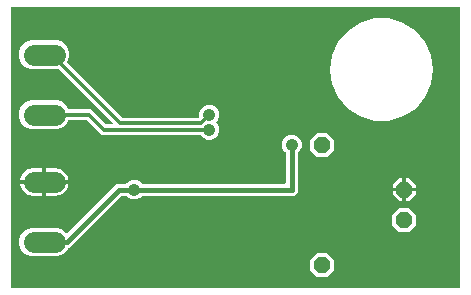
<source format=gbr>
G04 EAGLE Gerber RS-274X export*
G75*
%MOMM*%
%FSLAX34Y34*%
%LPD*%
%INBottom Copper*%
%IPPOS*%
%AMOC8*
5,1,8,0,0,1.08239X$1,22.5*%
G01*
%ADD10P,1.539592X8X292.500000*%
%ADD11P,1.539592X8X112.500000*%
%ADD12C,1.803400*%
%ADD13C,0.406400*%
%ADD14C,1.058000*%
%ADD15C,0.304800*%

G36*
X414548Y30992D02*
X414548Y30992D01*
X414567Y30990D01*
X414669Y31012D01*
X414771Y31029D01*
X414788Y31038D01*
X414808Y31042D01*
X414897Y31095D01*
X414988Y31144D01*
X415002Y31158D01*
X415019Y31168D01*
X415086Y31247D01*
X415158Y31322D01*
X415166Y31340D01*
X415179Y31355D01*
X415218Y31451D01*
X415261Y31545D01*
X415263Y31565D01*
X415271Y31583D01*
X415289Y31750D01*
X415289Y268478D01*
X415286Y268498D01*
X415288Y268517D01*
X415266Y268619D01*
X415250Y268721D01*
X415240Y268738D01*
X415236Y268758D01*
X415183Y268847D01*
X415134Y268938D01*
X415120Y268952D01*
X415110Y268969D01*
X415031Y269036D01*
X414956Y269108D01*
X414938Y269116D01*
X414923Y269129D01*
X414827Y269168D01*
X414733Y269211D01*
X414713Y269213D01*
X414695Y269221D01*
X414528Y269239D01*
X36322Y269239D01*
X36302Y269236D01*
X36283Y269238D01*
X36181Y269216D01*
X36079Y269200D01*
X36062Y269190D01*
X36042Y269186D01*
X35953Y269133D01*
X35862Y269084D01*
X35848Y269070D01*
X35831Y269060D01*
X35764Y268981D01*
X35692Y268906D01*
X35684Y268888D01*
X35671Y268873D01*
X35632Y268777D01*
X35589Y268683D01*
X35587Y268663D01*
X35579Y268645D01*
X35561Y268478D01*
X35561Y31750D01*
X35564Y31730D01*
X35562Y31711D01*
X35584Y31609D01*
X35600Y31507D01*
X35610Y31490D01*
X35614Y31470D01*
X35667Y31381D01*
X35716Y31290D01*
X35730Y31276D01*
X35740Y31259D01*
X35819Y31192D01*
X35894Y31121D01*
X35912Y31112D01*
X35927Y31099D01*
X36023Y31060D01*
X36117Y31017D01*
X36137Y31015D01*
X36155Y31007D01*
X36322Y30989D01*
X414528Y30989D01*
X414548Y30992D01*
G37*
%LPC*%
G36*
X343034Y172664D02*
X343034Y172664D01*
X331104Y176166D01*
X320645Y182888D01*
X312503Y192284D01*
X307338Y203594D01*
X305569Y215900D01*
X307338Y228206D01*
X312503Y239516D01*
X320645Y248912D01*
X331104Y255634D01*
X343034Y259136D01*
X355466Y259136D01*
X367396Y255634D01*
X377855Y248912D01*
X385997Y239516D01*
X391162Y228206D01*
X392931Y215900D01*
X391162Y203594D01*
X385997Y192284D01*
X377855Y182888D01*
X367396Y176166D01*
X355466Y172664D01*
X343034Y172664D01*
G37*
%LPD*%
%LPC*%
G36*
X201543Y156600D02*
X201543Y156600D01*
X198478Y157870D01*
X196205Y160143D01*
X196131Y160196D01*
X196062Y160256D01*
X196031Y160268D01*
X196005Y160287D01*
X195918Y160314D01*
X195833Y160348D01*
X195792Y160352D01*
X195770Y160359D01*
X195738Y160358D01*
X195667Y160366D01*
X112567Y160366D01*
X99929Y173004D01*
X99855Y173057D01*
X99785Y173117D01*
X99755Y173129D01*
X99729Y173148D01*
X99642Y173175D01*
X99557Y173209D01*
X99516Y173213D01*
X99494Y173220D01*
X99462Y173219D01*
X99391Y173227D01*
X84191Y173227D01*
X84077Y173208D01*
X83960Y173191D01*
X83955Y173189D01*
X83949Y173188D01*
X83846Y173133D01*
X83741Y173080D01*
X83737Y173075D01*
X83731Y173072D01*
X83651Y172988D01*
X83569Y172904D01*
X83565Y172898D01*
X83562Y172894D01*
X83554Y172877D01*
X83488Y172757D01*
X82746Y170965D01*
X79352Y167571D01*
X74917Y165734D01*
X52083Y165734D01*
X47648Y167571D01*
X44254Y170965D01*
X42417Y175400D01*
X42417Y180200D01*
X44254Y184635D01*
X47648Y188029D01*
X52083Y189866D01*
X74917Y189866D01*
X79352Y188029D01*
X82746Y184635D01*
X83488Y182843D01*
X83550Y182743D01*
X83610Y182643D01*
X83614Y182639D01*
X83618Y182634D01*
X83708Y182559D01*
X83797Y182483D01*
X83802Y182481D01*
X83807Y182477D01*
X83916Y182435D01*
X84025Y182391D01*
X84032Y182390D01*
X84037Y182389D01*
X84055Y182388D01*
X84191Y182373D01*
X103494Y182373D01*
X116132Y169735D01*
X116206Y169682D01*
X116276Y169622D01*
X116306Y169610D01*
X116332Y169591D01*
X116419Y169564D01*
X116504Y169530D01*
X116545Y169526D01*
X116567Y169519D01*
X116599Y169520D01*
X116670Y169512D01*
X120634Y169512D01*
X120704Y169523D01*
X120776Y169525D01*
X120825Y169543D01*
X120876Y169551D01*
X120940Y169585D01*
X121007Y169610D01*
X121048Y169642D01*
X121094Y169667D01*
X121143Y169718D01*
X121199Y169763D01*
X121227Y169807D01*
X121263Y169845D01*
X121293Y169910D01*
X121332Y169970D01*
X121345Y170021D01*
X121367Y170068D01*
X121375Y170139D01*
X121392Y170209D01*
X121388Y170261D01*
X121394Y170312D01*
X121379Y170383D01*
X121373Y170454D01*
X121353Y170502D01*
X121342Y170553D01*
X121305Y170614D01*
X121277Y170680D01*
X121232Y170736D01*
X121215Y170764D01*
X121198Y170779D01*
X121193Y170785D01*
X121191Y170788D01*
X121189Y170790D01*
X121172Y170811D01*
X75653Y216330D01*
X75559Y216398D01*
X75464Y216468D01*
X75458Y216470D01*
X75453Y216474D01*
X75342Y216508D01*
X75230Y216545D01*
X75224Y216544D01*
X75218Y216546D01*
X75101Y216543D01*
X74984Y216542D01*
X74977Y216540D01*
X74972Y216540D01*
X74957Y216534D01*
X52083Y216534D01*
X47648Y218371D01*
X44254Y221765D01*
X42417Y226200D01*
X42417Y231000D01*
X44254Y235435D01*
X47648Y238829D01*
X52083Y240666D01*
X74917Y240666D01*
X79352Y238829D01*
X82746Y235435D01*
X84583Y231000D01*
X84583Y226200D01*
X83059Y222522D01*
X83033Y222409D01*
X83004Y222295D01*
X83005Y222289D01*
X83003Y222283D01*
X83014Y222166D01*
X83023Y222050D01*
X83026Y222044D01*
X83026Y222038D01*
X83074Y221930D01*
X83120Y221823D01*
X83124Y221818D01*
X83126Y221813D01*
X83139Y221799D01*
X83224Y221692D01*
X129594Y175323D01*
X129668Y175270D01*
X129737Y175210D01*
X129768Y175198D01*
X129794Y175179D01*
X129881Y175152D01*
X129966Y175118D01*
X130007Y175114D01*
X130029Y175107D01*
X130061Y175108D01*
X130132Y175100D01*
X193718Y175100D01*
X193808Y175115D01*
X193899Y175122D01*
X193928Y175134D01*
X193960Y175140D01*
X194041Y175182D01*
X194125Y175218D01*
X194157Y175244D01*
X194178Y175255D01*
X194200Y175278D01*
X194256Y175323D01*
X194638Y175705D01*
X194691Y175779D01*
X194751Y175849D01*
X194763Y175879D01*
X194782Y175905D01*
X194809Y175992D01*
X194843Y176077D01*
X194847Y176118D01*
X194854Y176140D01*
X194853Y176172D01*
X194861Y176243D01*
X194861Y179459D01*
X196131Y182524D01*
X198476Y184869D01*
X201541Y186139D01*
X204859Y186139D01*
X207924Y184869D01*
X210269Y182524D01*
X211539Y179459D01*
X211539Y176141D01*
X210269Y173076D01*
X209102Y171909D01*
X209090Y171893D01*
X209074Y171880D01*
X209018Y171793D01*
X208958Y171709D01*
X208952Y171690D01*
X208941Y171673D01*
X208916Y171573D01*
X208886Y171474D01*
X208886Y171454D01*
X208881Y171435D01*
X208889Y171332D01*
X208892Y171228D01*
X208899Y171209D01*
X208900Y171189D01*
X208941Y171095D01*
X208976Y170997D01*
X208989Y170981D01*
X208997Y170963D01*
X209102Y170832D01*
X210271Y169663D01*
X211541Y166598D01*
X211541Y163280D01*
X210271Y160215D01*
X207926Y157870D01*
X204861Y156600D01*
X201543Y156600D01*
G37*
%LPD*%
%LPC*%
G36*
X52083Y57784D02*
X52083Y57784D01*
X47648Y59621D01*
X44254Y63015D01*
X42417Y67450D01*
X42417Y72250D01*
X44254Y76685D01*
X47648Y80079D01*
X52083Y81916D01*
X74917Y81916D01*
X79352Y80079D01*
X81934Y77496D01*
X81951Y77485D01*
X81963Y77469D01*
X82050Y77413D01*
X82134Y77353D01*
X82153Y77347D01*
X82170Y77336D01*
X82270Y77311D01*
X82369Y77280D01*
X82389Y77281D01*
X82408Y77276D01*
X82511Y77284D01*
X82615Y77287D01*
X82634Y77294D01*
X82654Y77295D01*
X82748Y77335D01*
X82846Y77371D01*
X82862Y77384D01*
X82880Y77391D01*
X83011Y77496D01*
X124895Y119381D01*
X132673Y119381D01*
X132763Y119395D01*
X132854Y119403D01*
X132883Y119415D01*
X132915Y119420D01*
X132996Y119463D01*
X133080Y119499D01*
X133112Y119525D01*
X133133Y119536D01*
X133155Y119559D01*
X133211Y119604D01*
X134976Y121369D01*
X138041Y122639D01*
X141359Y122639D01*
X144424Y121369D01*
X146189Y119604D01*
X146263Y119551D01*
X146332Y119491D01*
X146363Y119479D01*
X146389Y119460D01*
X146476Y119433D01*
X146561Y119399D01*
X146602Y119395D01*
X146624Y119388D01*
X146656Y119389D01*
X146727Y119381D01*
X267208Y119381D01*
X267228Y119384D01*
X267247Y119382D01*
X267349Y119404D01*
X267451Y119420D01*
X267468Y119430D01*
X267488Y119434D01*
X267577Y119487D01*
X267668Y119536D01*
X267682Y119550D01*
X267699Y119560D01*
X267766Y119639D01*
X267838Y119714D01*
X267846Y119732D01*
X267859Y119747D01*
X267898Y119843D01*
X267941Y119937D01*
X267943Y119957D01*
X267951Y119975D01*
X267969Y120142D01*
X267969Y145373D01*
X267955Y145463D01*
X267947Y145554D01*
X267935Y145583D01*
X267930Y145615D01*
X267887Y145696D01*
X267851Y145780D01*
X267825Y145812D01*
X267814Y145833D01*
X267791Y145855D01*
X267746Y145911D01*
X265981Y147676D01*
X264711Y150741D01*
X264711Y154059D01*
X265981Y157124D01*
X268326Y159469D01*
X271391Y160739D01*
X274709Y160739D01*
X277774Y159469D01*
X280119Y157124D01*
X281389Y154059D01*
X281389Y150741D01*
X280119Y147676D01*
X278354Y145911D01*
X278301Y145837D01*
X278241Y145768D01*
X278229Y145737D01*
X278210Y145711D01*
X278183Y145624D01*
X278149Y145539D01*
X278145Y145498D01*
X278138Y145476D01*
X278139Y145444D01*
X278131Y145373D01*
X278131Y112195D01*
X275155Y109219D01*
X146727Y109219D01*
X146637Y109205D01*
X146546Y109197D01*
X146517Y109185D01*
X146485Y109180D01*
X146404Y109137D01*
X146320Y109101D01*
X146288Y109075D01*
X146267Y109064D01*
X146245Y109041D01*
X146189Y108996D01*
X144424Y107231D01*
X141359Y105961D01*
X138041Y105961D01*
X134976Y107231D01*
X133211Y108996D01*
X133137Y109049D01*
X133068Y109109D01*
X133037Y109121D01*
X133011Y109140D01*
X132924Y109167D01*
X132839Y109201D01*
X132798Y109205D01*
X132776Y109212D01*
X132744Y109211D01*
X132673Y109219D01*
X129420Y109219D01*
X129330Y109205D01*
X129239Y109197D01*
X129209Y109185D01*
X129177Y109180D01*
X129096Y109137D01*
X129013Y109101D01*
X128980Y109075D01*
X128960Y109064D01*
X128938Y109041D01*
X128882Y108996D01*
X84655Y64769D01*
X83981Y64769D01*
X83866Y64750D01*
X83750Y64733D01*
X83744Y64731D01*
X83738Y64730D01*
X83636Y64675D01*
X83531Y64622D01*
X83526Y64617D01*
X83521Y64614D01*
X83441Y64530D01*
X83359Y64446D01*
X83355Y64440D01*
X83351Y64436D01*
X83344Y64419D01*
X83278Y64299D01*
X82746Y63015D01*
X79352Y59621D01*
X74917Y57784D01*
X52083Y57784D01*
G37*
%LPD*%
%LPC*%
G36*
X294241Y142239D02*
X294241Y142239D01*
X288289Y148191D01*
X288289Y156609D01*
X294241Y162561D01*
X302659Y162561D01*
X308611Y156609D01*
X308611Y148191D01*
X302659Y142239D01*
X294241Y142239D01*
G37*
%LPD*%
%LPC*%
G36*
X364091Y78739D02*
X364091Y78739D01*
X358139Y84691D01*
X358139Y93109D01*
X364091Y99061D01*
X372509Y99061D01*
X378461Y93109D01*
X378461Y84691D01*
X372509Y78739D01*
X364091Y78739D01*
G37*
%LPD*%
%LPC*%
G36*
X294241Y40639D02*
X294241Y40639D01*
X288289Y46591D01*
X288289Y55009D01*
X294241Y60961D01*
X302659Y60961D01*
X308611Y55009D01*
X308611Y46591D01*
X302659Y40639D01*
X294241Y40639D01*
G37*
%LPD*%
%LPC*%
G36*
X65023Y122173D02*
X65023Y122173D01*
X65023Y132208D01*
X73427Y132208D01*
X75223Y131923D01*
X76954Y131361D01*
X78575Y130535D01*
X80046Y129466D01*
X81333Y128179D01*
X82402Y126708D01*
X83228Y125087D01*
X83790Y123356D01*
X83978Y122173D01*
X65023Y122173D01*
G37*
%LPD*%
%LPC*%
G36*
X43022Y122173D02*
X43022Y122173D01*
X43210Y123356D01*
X43772Y125087D01*
X44598Y126708D01*
X45667Y128179D01*
X46954Y129466D01*
X48425Y130535D01*
X50046Y131361D01*
X51777Y131923D01*
X53573Y132208D01*
X61977Y132208D01*
X61977Y122173D01*
X43022Y122173D01*
G37*
%LPD*%
%LPC*%
G36*
X65023Y109092D02*
X65023Y109092D01*
X65023Y119127D01*
X83978Y119127D01*
X83790Y117944D01*
X83228Y116213D01*
X82402Y114592D01*
X81333Y113121D01*
X80046Y111834D01*
X78575Y110765D01*
X76954Y109939D01*
X75223Y109377D01*
X73427Y109092D01*
X65023Y109092D01*
G37*
%LPD*%
%LPC*%
G36*
X53573Y109092D02*
X53573Y109092D01*
X51777Y109377D01*
X50046Y109939D01*
X48425Y110765D01*
X46954Y111834D01*
X45667Y113121D01*
X44598Y114592D01*
X43772Y116213D01*
X43210Y117944D01*
X43022Y119127D01*
X61977Y119127D01*
X61977Y109092D01*
X53573Y109092D01*
G37*
%LPD*%
%LPC*%
G36*
X369823Y115823D02*
X369823Y115823D01*
X369823Y123953D01*
X372298Y123953D01*
X377953Y118298D01*
X377953Y115823D01*
X369823Y115823D01*
G37*
%LPD*%
%LPC*%
G36*
X358647Y115823D02*
X358647Y115823D01*
X358647Y118298D01*
X364302Y123953D01*
X366777Y123953D01*
X366777Y115823D01*
X358647Y115823D01*
G37*
%LPD*%
%LPC*%
G36*
X369823Y104647D02*
X369823Y104647D01*
X369823Y112777D01*
X377953Y112777D01*
X377953Y110302D01*
X372298Y104647D01*
X369823Y104647D01*
G37*
%LPD*%
%LPC*%
G36*
X364302Y104647D02*
X364302Y104647D01*
X358647Y110302D01*
X358647Y112777D01*
X366777Y112777D01*
X366777Y104647D01*
X364302Y104647D01*
G37*
%LPD*%
%LPC*%
G36*
X63499Y120649D02*
X63499Y120649D01*
X63499Y120651D01*
X63501Y120651D01*
X63501Y120649D01*
X63499Y120649D01*
G37*
%LPD*%
%LPC*%
G36*
X368299Y114299D02*
X368299Y114299D01*
X368299Y114301D01*
X368301Y114301D01*
X368301Y114299D01*
X368299Y114299D01*
G37*
%LPD*%
D10*
X298450Y152400D03*
X298450Y50800D03*
D11*
X368300Y88900D03*
X368300Y114300D03*
D12*
X72517Y69850D02*
X54483Y69850D01*
X54483Y120650D02*
X72517Y120650D01*
X72517Y177800D02*
X54483Y177800D01*
X54483Y228600D02*
X72517Y228600D01*
D13*
X127000Y114300D02*
X139700Y114300D01*
D14*
X139700Y114300D03*
D13*
X273050Y114300D01*
X273050Y152400D01*
D14*
X273050Y152400D03*
D13*
X127000Y114300D02*
X82550Y69850D01*
X63500Y69850D01*
D14*
X203202Y164939D03*
D15*
X114461Y164939D01*
X101600Y177800D02*
X63500Y177800D01*
X101600Y177800D02*
X114461Y164939D01*
D14*
X203200Y177800D03*
D15*
X195927Y170527D02*
X127472Y170527D01*
X195927Y170527D02*
X203200Y177800D01*
X127472Y170978D02*
X127472Y170527D01*
X69850Y228600D02*
X63500Y228600D01*
X69850Y228600D02*
X127472Y170978D01*
M02*

</source>
